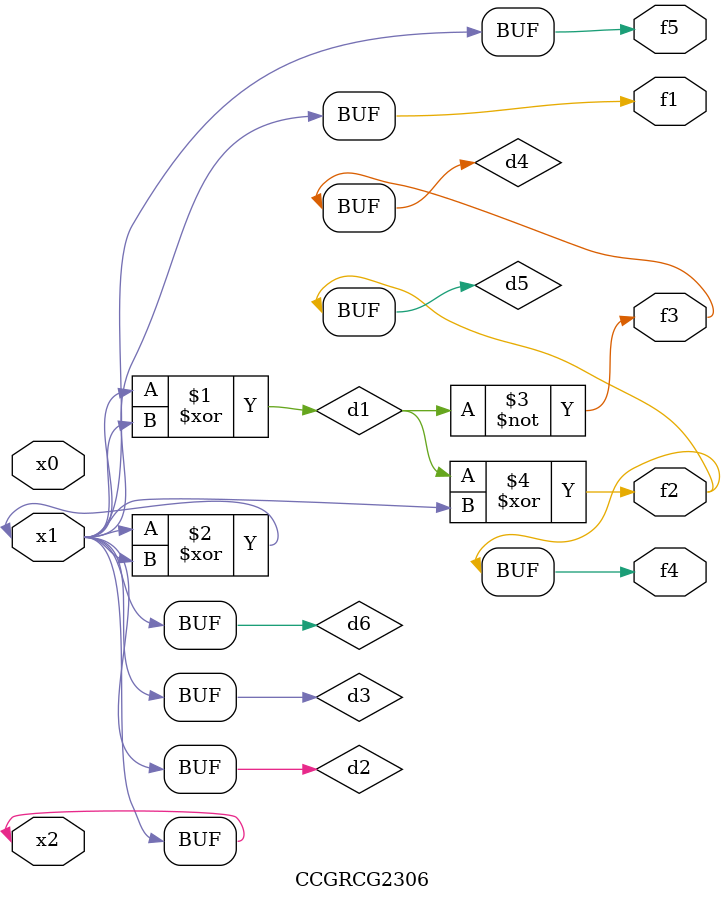
<source format=v>
module CCGRCG2306(
	input x0, x1, x2,
	output f1, f2, f3, f4, f5
);

	wire d1, d2, d3, d4, d5, d6;

	xor (d1, x1, x2);
	buf (d2, x1, x2);
	xor (d3, x1, x2);
	nor (d4, d1);
	xor (d5, d1, d2);
	buf (d6, d2, d3);
	assign f1 = d6;
	assign f2 = d5;
	assign f3 = d4;
	assign f4 = d5;
	assign f5 = d6;
endmodule

</source>
